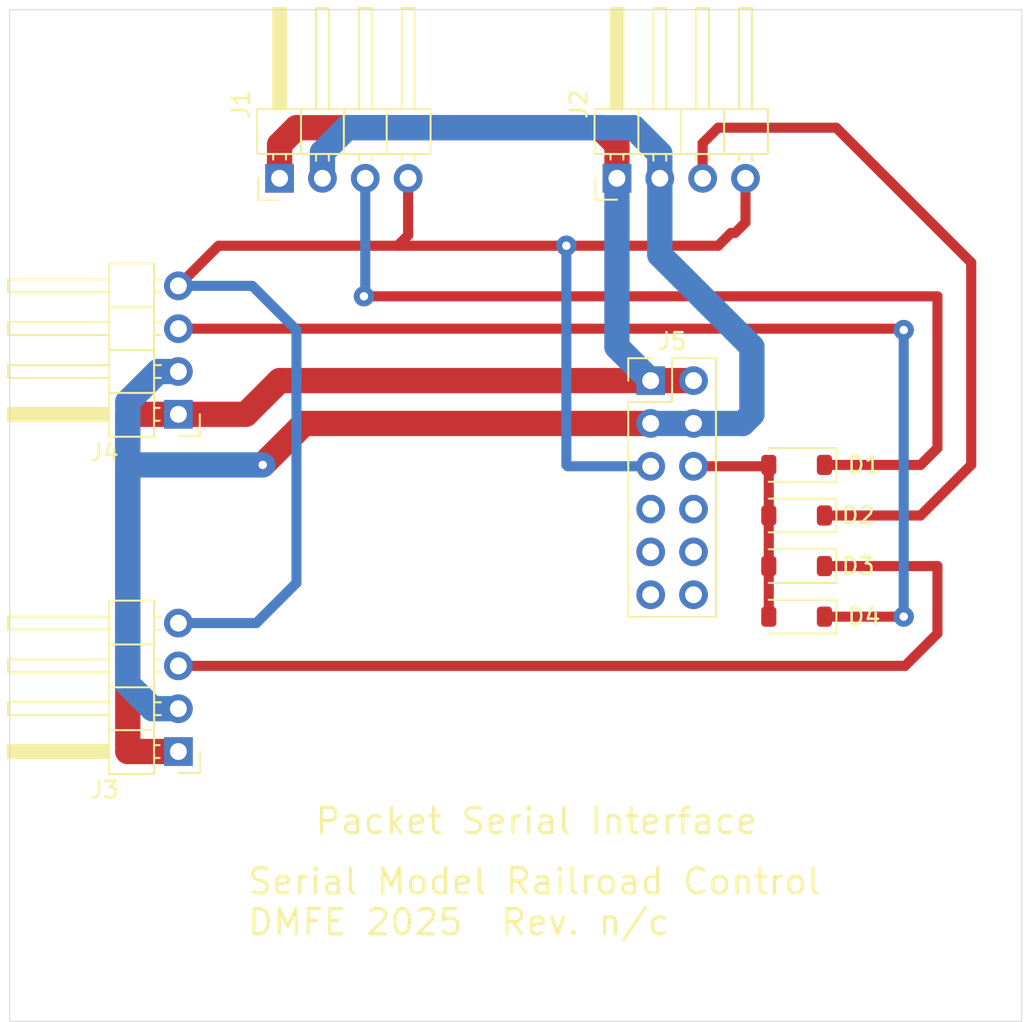
<source format=kicad_pcb>
(kicad_pcb (version 20241229) (generator "pcbnew") (generator_version "9.0")
  (title_block (title "Serial Model Railroad Control") (date "2025-03-24") (rev "n/c") (company "DMFE") (comment 1 "Packet Serial Interface x4"))
  (layers (0 "F.Cu" signal) (2 "B.Cu" signal) (13 "F.Paste" user) (15 "B.Paste" user) (5 "F.SilkS" user "F.Silkscreen") (7 "B.SilkS" user "B.Silkscreen") (1 "F.Mask" user) (3 "B.Mask" user) (25 "Edge.Cuts" user))
  (net 0 "")
  (net 1 "Net-(D1-K)")
  (net 2 "RX")
  (net 3 "Net-(D2-K)")
  (net 4 "Net-(D3-K)")
  (net 5 "Net-(D4-K)")
  (net 6 "+12V")
  (net 7 "TX")
  (net 8 "GND")
  (footprint "Connector_PinHeader_2.54mm:PinHeader_1x04_P2.54mm_Horizontal" (layer "F.Cu") (at 131 55 90)
    (property "Reference" "J2" (at 4.385 -2.27 90) (layer "F.SilkS"))
    (property "Value" "Conn_01x04")
    (fp_line (start 4.1 -1.33) (end 1.44 -1.33) (stroke (width 0.12)) (layer "F.SilkS"))
    (fp_line (start 1.44 -1.33) (end 1.44 8.95) (stroke (width 0.12)) (layer "F.SilkS"))
    (fp_line (start -1.27 -1.27) (end 0 -1.27) (stroke (width 0.12)) (layer "F.SilkS"))
    (fp_line (start 10.1 -0.38) (end 10.1 0.38) (stroke (width 0.12)) (layer "F.SilkS"))
    (fp_line (start 4.1 -0.38) (end 10.1 -0.38) (stroke (width 0.12)) (layer "F.SilkS"))
    (fp_line (start 1.11 -0.38) (end 1.44 -0.38) (stroke (width 0.12)) (layer "F.SilkS"))
    (fp_line (start 4.1 -0.32) (end 10.1 -0.32) (stroke (width 0.12)) (layer "F.SilkS"))
    (fp_line (start 4.1 -0.2) (end 10.1 -0.2) (stroke (width 0.12)) (layer "F.SilkS"))
    (fp_line (start 4.1 -0.08) (end 10.1 -0.08) (stroke (width 0.12)) (layer "F.SilkS"))
    (fp_line (start -1.27 0) (end -1.27 -1.27) (stroke (width 0.12)) (layer "F.SilkS"))
    (fp_line (start 4.1 0.04) (end 10.1 0.04) (stroke (width 0.12)) (layer "F.SilkS"))
    (fp_line (start 4.1 0.16) (end 10.1 0.16) (stroke (width 0.12)) (layer "F.SilkS"))
    (fp_line (start 4.1 0.28) (end 10.1 0.28) (stroke (width 0.12)) (layer "F.SilkS"))
    (fp_line (start 10.1 0.38) (end 4.1 0.38) (stroke (width 0.12)) (layer "F.SilkS"))
    (fp_line (start 1.11 0.38) (end 1.44 0.38) (stroke (width 0.12)) (layer "F.SilkS"))
    (fp_line (start 1.44 1.27) (end 4.1 1.27) (stroke (width 0.12)) (layer "F.SilkS"))
    (fp_line (start 10.1 2.16) (end 10.1 2.92) (stroke (width 0.12)) (layer "F.SilkS"))
    (fp_line (start 4.1 2.16) (end 10.1 2.16) (stroke (width 0.12)) (layer "F.SilkS"))
    (fp_line (start 1.042929 2.16) (end 1.44 2.16) (stroke (width 0.12)) (layer "F.SilkS"))
    (fp_line (start 10.1 2.92) (end 4.1 2.92) (stroke (width 0.12)) (layer "F.SilkS"))
    (fp_line (start 1.042929 2.92) (end 1.44 2.92) (stroke (width 0.12)) (layer "F.SilkS"))
    (fp_line (start 1.44 3.81) (end 4.1 3.81) (stroke (width 0.12)) (layer "F.SilkS"))
    (fp_line (start 10.1 4.7) (end 10.1 5.46) (stroke (width 0.12)) (layer "F.SilkS"))
    (fp_line (start 4.1 4.7) (end 10.1 4.7) (stroke (width 0.12)) (layer "F.SilkS"))
    (fp_line (start 1.042929 4.7) (end 1.44 4.7) (stroke (width 0.12)) (layer "F.SilkS"))
    (fp_line (start 10.1 5.46) (end 4.1 5.46) (stroke (width 0.12)) (layer "F.SilkS"))
    (fp_line (start 1.042929 5.46) (end 1.44 5.46) (stroke (width 0.12)) (layer "F.SilkS"))
    (fp_line (start 1.44 6.35) (end 4.1 6.35) (stroke (width 0.12)) (layer "F.SilkS"))
    (fp_line (start 10.1 7.24) (end 10.1 8) (stroke (width 0.12)) (layer "F.SilkS"))
    (fp_line (start 4.1 7.24) (end 10.1 7.24) (stroke (width 0.12)) (layer "F.SilkS"))
    (fp_line (start 1.042929 7.24) (end 1.44 7.24) (stroke (width 0.12)) (layer "F.SilkS"))
    (fp_line (start 10.1 8) (end 4.1 8) (stroke (width 0.12)) (layer "F.SilkS"))
    (fp_line (start 1.042929 8) (end 1.44 8) (stroke (width 0.12)) (layer "F.SilkS"))
    (fp_line (start 4.1 8.95) (end 4.1 -1.33) (stroke (width 0.12)) (layer "F.SilkS"))
    (fp_line (start 1.44 8.95) (end 4.1 8.95) (stroke (width 0.12)) (layer "F.SilkS"))
    (pad "1" thru_hole rect (at 0 0 90) (size 1.7 1.7) (drill 1) (layers "*.Cu" "*.Mask") (net 6 "+12V"))
    (pad "2" thru_hole oval (at 0 2.54 90) (size 1.7 1.7) (drill 1) (layers "*.Cu" "*.Mask") (net 8 "GND"))
    (pad "3" thru_hole oval (at 0 5.08 90) (size 1.7 1.7) (drill 1) (layers "*.Cu" "*.Mask") (net 3 "Net-(D2-K)"))
    (pad "4" thru_hole oval (at 0 7.62 90) (size 1.7 1.7) (drill 1) (layers "*.Cu" "*.Mask") (net 7 "TX"))
  )
  (footprint "Connector_PinHeader_2.54mm:PinHeader_1x04_P2.54mm_Horizontal" (layer "F.Cu") (at 105 89 180)
    (property "Reference" "J3" (at 4.385 -2.27 0) (layer "F.SilkS"))
    (property "Value" "Conn_01x04")
    (fp_line (start 10.1 8) (end 4.1 8) (stroke (width 0.12)) (layer "F.SilkS"))
    (fp_line (start 10.1 7.24) (end 10.1 8) (stroke (width 0.12)) (layer "F.SilkS"))
    (fp_line (start 10.1 5.46) (end 4.1 5.46) (stroke (width 0.12)) (layer "F.SilkS"))
    (fp_line (start 10.1 4.7) (end 10.1 5.46) (stroke (width 0.12)) (layer "F.SilkS"))
    (fp_line (start 10.1 2.92) (end 4.1 2.92) (stroke (width 0.12)) (layer "F.SilkS"))
    (fp_line (start 10.1 2.16) (end 10.1 2.92) (stroke (width 0.12)) (layer "F.SilkS"))
    (fp_line (start 10.1 0.38) (end 4.1 0.38) (stroke (width 0.12)) (layer "F.SilkS"))
    (fp_line (start 10.1 -0.38) (end 10.1 0.38) (stroke (width 0.12)) (layer "F.SilkS"))
    (fp_line (start 4.1 8.95) (end 4.1 -1.33) (stroke (width 0.12)) (layer "F.SilkS"))
    (fp_line (start 4.1 7.24) (end 10.1 7.24) (stroke (width 0.12)) (layer "F.SilkS"))
    (fp_line (start 4.1 4.7) (end 10.1 4.7) (stroke (width 0.12)) (layer "F.SilkS"))
    (fp_line (start 4.1 2.16) (end 10.1 2.16) (stroke (width 0.12)) (layer "F.SilkS"))
    (fp_line (start 4.1 0.28) (end 10.1 0.28) (stroke (width 0.12)) (layer "F.SilkS"))
    (fp_line (start 4.1 0.16) (end 10.1 0.16) (stroke (width 0.12)) (layer "F.SilkS"))
    (fp_line (start 4.1 0.04) (end 10.1 0.04) (stroke (width 0.12)) (layer "F.SilkS"))
    (fp_line (start 4.1 -0.08) (end 10.1 -0.08) (stroke (width 0.12)) (layer "F.SilkS"))
    (fp_line (start 4.1 -0.2) (end 10.1 -0.2) (stroke (width 0.12)) (layer "F.SilkS"))
    (fp_line (start 4.1 -0.32) (end 10.1 -0.32) (stroke (width 0.12)) (layer "F.SilkS"))
    (fp_line (start 4.1 -0.38) (end 10.1 -0.38) (stroke (width 0.12)) (layer "F.SilkS"))
    (fp_line (start 4.1 -1.33) (end 1.44 -1.33) (stroke (width 0.12)) (layer "F.SilkS"))
    (fp_line (start 1.44 8.95) (end 4.1 8.95) (stroke (width 0.12)) (layer "F.SilkS"))
    (fp_line (start 1.44 6.35) (end 4.1 6.35) (stroke (width 0.12)) (layer "F.SilkS"))
    (fp_line (start 1.44 3.81) (end 4.1 3.81) (stroke (width 0.12)) (layer "F.SilkS"))
    (fp_line (start 1.44 1.27) (end 4.1 1.27) (stroke (width 0.12)) (layer "F.SilkS"))
    (fp_line (start 1.44 -1.33) (end 1.44 8.95) (stroke (width 0.12)) (layer "F.SilkS"))
    (fp_line (start 1.11 0.38) (end 1.44 0.38) (stroke (width 0.12)) (layer "F.SilkS"))
    (fp_line (start 1.11 -0.38) (end 1.44 -0.38) (stroke (width 0.12)) (layer "F.SilkS"))
    (fp_line (start 1.042929 8) (end 1.44 8) (stroke (width 0.12)) (layer "F.SilkS"))
    (fp_line (start 1.042929 7.24) (end 1.44 7.24) (stroke (width 0.12)) (layer "F.SilkS"))
    (fp_line (start 1.042929 5.46) (end 1.44 5.46) (stroke (width 0.12)) (layer "F.SilkS"))
    (fp_line (start 1.042929 4.7) (end 1.44 4.7) (stroke (width 0.12)) (layer "F.SilkS"))
    (fp_line (start 1.042929 2.92) (end 1.44 2.92) (stroke (width 0.12)) (layer "F.SilkS"))
    (fp_line (start 1.042929 2.16) (end 1.44 2.16) (stroke (width 0.12)) (layer "F.SilkS"))
    (fp_line (start -1.27 0) (end -1.27 -1.27) (stroke (width 0.12)) (layer "F.SilkS"))
    (fp_line (start -1.27 -1.27) (end 0 -1.27) (stroke (width 0.12)) (layer "F.SilkS"))
    (pad "1" thru_hole rect (at 0 0 180) (size 1.7 1.7) (drill 1) (layers "*.Cu" "*.Mask") (net 6 "+12V"))
    (pad "2" thru_hole oval (at 0 2.54 180) (size 1.7 1.7) (drill 1) (layers "*.Cu" "*.Mask") (net 8 "GND"))
    (pad "3" thru_hole oval (at 0 5.08 180) (size 1.7 1.7) (drill 1) (layers "*.Cu" "*.Mask") (net 4 "Net-(D3-K)"))
    (pad "4" thru_hole oval (at 0 7.62 180) (size 1.7 1.7) (drill 1) (layers "*.Cu" "*.Mask") (net 7 "TX"))
  )
  (footprint "Diode_SMD:D_SOD-123" (layer "F.Cu") (at 141.65 81 180)
    (property "Reference" "D4" (at -4 0 0) (layer "F.SilkS"))
    (property "Value" "1N4148W")
    (fp_line (start -2.36 1) (end 1.65 1) (stroke (width 0.12)) (layer "F.SilkS"))
    (fp_line (start -2.36 -1) (end 1.65 -1) (stroke (width 0.12)) (layer "F.SilkS"))
    (fp_line (start -2.36 -1) (end -2.36 1) (stroke (width 0.12)) (layer "F.SilkS"))
    (pad "1" smd roundrect (at -1.65 0 180) (size 0.9 1.2) (layers "F.Cu" "F.Mask" "F.Paste") (net 5 "Net-(D4-K)"))
    (pad "2" smd roundrect (at 1.65 0 180) (size 0.9 1.2) (layers "F.Cu" "F.Mask" "F.Paste") (net 2 "RX"))
  )
  (footprint "Connector_PinHeader_2.54mm:PinHeader_1x04_P2.54mm_Horizontal" (layer "F.Cu") (at 105 69 180)
    (property "Reference" "J4" (at 4.385 -2.27 0) (layer "F.SilkS"))
    (property "Value" "Conn_01x04")
    (fp_line (start 10.1 8) (end 4.1 8) (stroke (width 0.12)) (layer "F.SilkS"))
    (fp_line (start 10.1 7.24) (end 10.1 8) (stroke (width 0.12)) (layer "F.SilkS"))
    (fp_line (start 10.1 5.46) (end 4.1 5.46) (stroke (width 0.12)) (layer "F.SilkS"))
    (fp_line (start 10.1 4.7) (end 10.1 5.46) (stroke (width 0.12)) (layer "F.SilkS"))
    (fp_line (start 10.1 2.92) (end 4.1 2.92) (stroke (width 0.12)) (layer "F.SilkS"))
    (fp_line (start 10.1 2.16) (end 10.1 2.92) (stroke (width 0.12)) (layer "F.SilkS"))
    (fp_line (start 10.1 0.38) (end 4.1 0.38) (stroke (width 0.12)) (layer "F.SilkS"))
    (fp_line (start 10.1 -0.38) (end 10.1 0.38) (stroke (width 0.12)) (layer "F.SilkS"))
    (fp_line (start 4.1 8.95) (end 4.1 -1.33) (stroke (width 0.12)) (layer "F.SilkS"))
    (fp_line (start 4.1 7.24) (end 10.1 7.24) (stroke (width 0.12)) (layer "F.SilkS"))
    (fp_line (start 4.1 4.7) (end 10.1 4.7) (stroke (width 0.12)) (layer "F.SilkS"))
    (fp_line (start 4.1 2.16) (end 10.1 2.16) (stroke (width 0.12)) (layer "F.SilkS"))
    (fp_line (start 4.1 0.28) (end 10.1 0.28) (stroke (width 0.12)) (layer "F.SilkS"))
    (fp_line (start 4.1 0.16) (end 10.1 0.16) (stroke (width 0.12)) (layer "F.SilkS"))
    (fp_line (start 4.1 0.04) (end 10.1 0.04) (stroke (width 0.12)) (layer "F.SilkS"))
    (fp_line (start 4.1 -0.08) (end 10.1 -0.08) (stroke (width 0.12)) (layer "F.SilkS"))
    (fp_line (start 4.1 -0.2) (end 10.1 -0.2) (stroke (width 0.12)) (layer "F.SilkS"))
    (fp_line (start 4.1 -0.32) (end 10.1 -0.32) (stroke (width 0.12)) (layer "F.SilkS"))
    (fp_line (start 4.1 -0.38) (end 10.1 -0.38) (stroke (width 0.12)) (layer "F.SilkS"))
    (fp_line (start 4.1 -1.33) (end 1.44 -1.33) (stroke (width 0.12)) (layer "F.SilkS"))
    (fp_line (start 1.44 8.95) (end 4.1 8.95) (stroke (width 0.12)) (layer "F.SilkS"))
    (fp_line (start 1.44 6.35) (end 4.1 6.35) (stroke (width 0.12)) (layer "F.SilkS"))
    (fp_line (start 1.44 3.81) (end 4.1 3.81) (stroke (width 0.12)) (layer "F.SilkS"))
    (fp_line (start 1.44 1.27) (end 4.1 1.27) (stroke (width 0.12)) (layer "F.SilkS"))
    (fp_line (start 1.44 -1.33) (end 1.44 8.95) (stroke (width 0.12)) (layer "F.SilkS"))
    (fp_line (start 1.11 0.38) (end 1.44 0.38) (stroke (width 0.12)) (layer "F.SilkS"))
    (fp_line (start 1.11 -0.38) (end 1.44 -0.38) (stroke (width 0.12)) (layer "F.SilkS"))
    (fp_line (start 1.042929 8) (end 1.44 8) (stroke (width 0.12)) (layer "F.SilkS"))
    (fp_line (start 1.042929 7.24) (end 1.44 7.24) (stroke (width 0.12)) (layer "F.SilkS"))
    (fp_line (start 1.042929 5.46) (end 1.44 5.46) (stroke (width 0.12)) (layer "F.SilkS"))
    (fp_line (start 1.042929 4.7) (end 1.44 4.7) (stroke (width 0.12)) (layer "F.SilkS"))
    (fp_line (start 1.042929 2.92) (end 1.44 2.92) (stroke (width 0.12)) (layer "F.SilkS"))
    (fp_line (start 1.042929 2.16) (end 1.44 2.16) (stroke (width 0.12)) (layer "F.SilkS"))
    (fp_line (start -1.27 0) (end -1.27 -1.27) (stroke (width 0.12)) (layer "F.SilkS"))
    (fp_line (start -1.27 -1.27) (end 0 -1.27) (stroke (width 0.12)) (layer "F.SilkS"))
    (pad "1" thru_hole rect (at 0 0 180) (size 1.7 1.7) (drill 1) (layers "*.Cu" "*.Mask") (net 6 "+12V"))
    (pad "2" thru_hole oval (at 0 2.54 180) (size 1.7 1.7) (drill 1) (layers "*.Cu" "*.Mask") (net 8 "GND"))
    (pad "3" thru_hole oval (at 0 5.08 180) (size 1.7 1.7) (drill 1) (layers "*.Cu" "*.Mask") (net 5 "Net-(D4-K)"))
    (pad "4" thru_hole oval (at 0 7.62 180) (size 1.7 1.7) (drill 1) (layers "*.Cu" "*.Mask") (net 7 "TX"))
  )
  (footprint "Diode_SMD:D_SOD-123" (layer "F.Cu") (at 141.65 75 180)
    (property "Reference" "D2" (at -3.65 0 0) (layer "F.SilkS"))
    (property "Value" "1N4148W")
    (fp_line (start -2.36 1) (end 1.65 1) (stroke (width 0.12)) (layer "F.SilkS"))
    (fp_line (start -2.36 -1) (end 1.65 -1) (stroke (width 0.12)) (layer "F.SilkS"))
    (fp_line (start -2.36 -1) (end -2.36 1) (stroke (width 0.12)) (layer "F.SilkS"))
    (pad "1" smd roundrect (at -1.65 0 180) (size 0.9 1.2) (layers "F.Cu" "F.Mask" "F.Paste") (net 3 "Net-(D2-K)"))
    (pad "2" smd roundrect (at 1.65 0 180) (size 0.9 1.2) (layers "F.Cu" "F.Mask" "F.Paste") (net 2 "RX"))
  )
  (footprint "Diode_SMD:D_SOD-123" (layer "F.Cu") (at 141.65 72 180)
    (property "Reference" "D1" (at -4 0 0) (layer "F.SilkS"))
    (property "Value" "1N4148W")
    (fp_line (start -2.36 1) (end 1.65 1) (stroke (width 0.12)) (layer "F.SilkS"))
    (fp_line (start -2.36 -1) (end 1.65 -1) (stroke (width 0.12)) (layer "F.SilkS"))
    (fp_line (start -2.36 -1) (end -2.36 1) (stroke (width 0.12)) (layer "F.SilkS"))
    (pad "1" smd roundrect (at -1.65 0 180) (size 0.9 1.2) (layers "F.Cu" "F.Mask" "F.Paste") (net 1 "Net-(D1-K)"))
    (pad "2" smd roundrect (at 1.65 0 180) (size 0.9 1.2) (layers "F.Cu" "F.Mask" "F.Paste") (net 2 "RX"))
  )
  (footprint "MountingHole:MountingHole_3.2mm_M3" (layer "F.Cu") (at 150 100)
    (property "Reference" "H2" (hide yes))
    (property "Value" "MountingHole")
    (pad "" np_thru_hole circle (at 0 0) (size 3.2 3.2) (drill 3.2) (layers "*.Cu" "*.Mask"))
  )
  (footprint "MountingHole:MountingHole_3.2mm_M3" (layer "F.Cu") (at 100 50)
    (property "Reference" "H4" (hide yes))
    (property "Value" "MountingHole")
    (pad "" np_thru_hole circle (at 0 0) (size 3.2 3.2) (drill 3.2) (layers "*.Cu" "*.Mask"))
  )
  (footprint "Connector_PinHeader_2.54mm:PinHeader_2x06_P2.54mm_Vertical" (layer "F.Cu") (at 133 67)
    (property "Reference" "J5" (at 1.27 -2.33 0) (layer "F.SilkS"))
    (property "Value" "Conn_02x06_Odd_Even")
    (fp_line (start -1.33 -1.33) (end 0 -1.33) (stroke (width 0.12)) (layer "F.SilkS"))
    (fp_line (start -1.33 0) (end -1.33 -1.33) (stroke (width 0.12)) (layer "F.SilkS"))
    (fp_line (start -1.33 1.27) (end -1.33 14.03) (stroke (width 0.12)) (layer "F.SilkS"))
    (fp_line (start -1.33 1.27) (end 1.27 1.27) (stroke (width 0.12)) (layer "F.SilkS"))
    (fp_line (start -1.33 14.03) (end 3.87 14.03) (stroke (width 0.12)) (layer "F.SilkS"))
    (fp_line (start 1.27 -1.33) (end 3.87 -1.33) (stroke (width 0.12)) (layer "F.SilkS"))
    (fp_line (start 1.27 1.27) (end 1.27 -1.33) (stroke (width 0.12)) (layer "F.SilkS"))
    (fp_line (start 3.87 -1.33) (end 3.87 14.03) (stroke (width 0.12)) (layer "F.SilkS"))
    (pad "1" thru_hole rect (at 0 0) (size 1.7 1.7) (drill 1) (layers "*.Cu" "*.Mask") (net 6 "+12V"))
    (pad "2" thru_hole oval (at 2.54 0) (size 1.7 1.7) (drill 1) (layers "*.Cu" "*.Mask") (net 6 "+12V"))
    (pad "3" thru_hole oval (at 0 2.54) (size 1.7 1.7) (drill 1) (layers "*.Cu" "*.Mask") (net 8 "GND"))
    (pad "4" thru_hole oval (at 2.54 2.54) (size 1.7 1.7) (drill 1) (layers "*.Cu" "*.Mask") (net 8 "GND"))
    (pad "5" thru_hole oval (at 0 5.08) (size 1.7 1.7) (drill 1) (layers "*.Cu" "*.Mask") (net 7 "TX"))
    (pad "6" thru_hole oval (at 2.54 5.08) (size 1.7 1.7) (drill 1) (layers "*.Cu" "*.Mask") (net 2 "RX"))
    (pad "7" thru_hole oval (at 0 7.62) (size 1.7 1.7) (drill 1) (layers "*.Cu" "*.Mask"))
    (pad "8" thru_hole oval (at 2.54 7.62) (size 1.7 1.7) (drill 1) (layers "*.Cu" "*.Mask"))
    (pad "9" thru_hole oval (at 0 10.16) (size 1.7 1.7) (drill 1) (layers "*.Cu" "*.Mask"))
    (pad "10" thru_hole oval (at 2.54 10.16) (size 1.7 1.7) (drill 1) (layers "*.Cu" "*.Mask"))
    (pad "11" thru_hole oval (at 0 12.7) (size 1.7 1.7) (drill 1) (layers "*.Cu" "*.Mask"))
    (pad "12" thru_hole oval (at 2.54 12.7) (size 1.7 1.7) (drill 1) (layers "*.Cu" "*.Mask"))
  )
  (footprint "MountingHole:MountingHole_3.2mm_M3" (layer "F.Cu") (at 100 100)
    (property "Reference" "H1" (hide yes))
    (property "Value" "MountingHole")
    (pad "" np_thru_hole circle (at 0 0) (size 3.2 3.2) (drill 3.2) (layers "*.Cu" "*.Mask"))
  )
  (footprint "MountingHole:MountingHole_3.2mm_M3" (layer "F.Cu") (at 150 50)
    (property "Reference" "H3" (hide yes))
    (property "Value" "MountingHole")
    (pad "" np_thru_hole circle (at 0 0) (size 3.2 3.2) (drill 3.2) (layers "*.Cu" "*.Mask"))
  )
  (footprint "Connector_PinHeader_2.54mm:PinHeader_1x04_P2.54mm_Horizontal" (layer "F.Cu") (at 111 55 90)
    (property "Reference" "J1" (at 4.385 -2.27 90) (layer "F.SilkS"))
    (property "Value" "Conn_01x04")
    (fp_line (start 4.1 -1.33) (end 1.44 -1.33) (stroke (width 0.12)) (layer "F.SilkS"))
    (fp_line (start 1.44 -1.33) (end 1.44 8.95) (stroke (width 0.12)) (layer "F.SilkS"))
    (fp_line (start -1.27 -1.27) (end 0 -1.27) (stroke (width 0.12)) (layer "F.SilkS"))
    (fp_line (start 10.1 -0.38) (end 10.1 0.38) (stroke (width 0.12)) (layer "F.SilkS"))
    (fp_line (start 4.1 -0.38) (end 10.1 -0.38) (stroke (width 0.12)) (layer "F.SilkS"))
    (fp_line (start 1.11 -0.38) (end 1.44 -0.38) (stroke (width 0.12)) (layer "F.SilkS"))
    (fp_line (start 4.1 -0.32) (end 10.1 -0.32) (stroke (width 0.12)) (layer "F.SilkS"))
    (fp_line (start 4.1 -0.2) (end 10.1 -0.2) (stroke (width 0.12)) (layer "F.SilkS"))
    (fp_line (start 4.1 -0.08) (end 10.1 -0.08) (stroke (width 0.12)) (layer "F.SilkS"))
    (fp_line (start -1.27 0) (end -1.27 -1.27) (stroke (width 0.12)) (layer "F.SilkS"))
    (fp_line (start 4.1 0.04) (end 10.1 0.04) (stroke (width 0.12)) (layer "F.SilkS"))
    (fp_line (start 4.1 0.16) (end 10.1 0.16) (stroke (width 0.12)) (layer "F.SilkS"))
    (fp_line (start 4.1 0.28) (end 10.1 0.28) (stroke (width 0.12)) (layer "F.SilkS"))
    (fp_line (start 10.1 0.38) (end 4.1 0.38) (stroke (width 0.12)) (layer "F.SilkS"))
    (fp_line (start 1.11 0.38) (end 1.44 0.38) (stroke (width 0.12)) (layer "F.SilkS"))
    (fp_line (start 1.44 1.27) (end 4.1 1.27) (stroke (width 0.12)) (layer "F.SilkS"))
    (fp_line (start 10.1 2.16) (end 10.1 2.92) (stroke (width 0.12)) (layer "F.SilkS"))
    (fp_line (start 4.1 2.16) (end 10.1 2.16) (stroke (width 0.12)) (layer "F.SilkS"))
    (fp_line (start 1.042929 2.16) (end 1.44 2.16) (stroke (width 0.12)) (layer "F.SilkS"))
    (fp_line (start 10.1 2.92) (end 4.1 2.92) (stroke (width 0.12)) (layer "F.SilkS"))
    (fp_line (start 1.042929 2.92) (end 1.44 2.92) (stroke (width 0.12)) (layer "F.SilkS"))
    (fp_line (start 1.44 3.81) (end 4.1 3.81) (stroke (width 0.12)) (layer "F.SilkS"))
    (fp_line (start 10.1 4.7) (end 10.1 5.46) (stroke (width 0.12)) (layer "F.SilkS"))
    (fp_line (start 4.1 4.7) (end 10.1 4.7) (stroke (width 0.12)) (layer "F.SilkS"))
    (fp_line (start 1.042929 4.7) (end 1.44 4.7) (stroke (width 0.12)) (layer "F.SilkS"))
    (fp_line (start 10.1 5.46) (end 4.1 5.46) (stroke (width 0.12)) (layer "F.SilkS"))
    (fp_line (start 1.042929 5.46) (end 1.44 5.46) (stroke (width 0.12)) (layer "F.SilkS"))
    (fp_line (start 1.44 6.35) (end 4.1 6.35) (stroke (width 0.12)) (layer "F.SilkS"))
    (fp_line (start 10.1 7.24) (end 10.1 8) (stroke (width 0.12)) (layer "F.SilkS"))
    (fp_line (start 4.1 7.24) (end 10.1 7.24) (stroke (width 0.12)) (layer "F.SilkS"))
    (fp_line (start 1.042929 7.24) (end 1.44 7.24) (stroke (width 0.12)) (layer "F.SilkS"))
    (fp_line (start 10.1 8) (end 4.1 8) (stroke (width 0.12)) (layer "F.SilkS"))
    (fp_line (start 1.042929 8) (end 1.44 8) (stroke (width 0.12)) (layer "F.SilkS"))
    (fp_line (start 4.1 8.95) (end 4.1 -1.33) (stroke (width 0.12)) (layer "F.SilkS"))
    (fp_line (start 1.44 8.95) (end 4.1 8.95) (stroke (width 0.12)) (layer "F.SilkS"))
    (pad "1" thru_hole rect (at 0 0 90) (size 1.7 1.7) (drill 1) (layers "*.Cu" "*.Mask") (net 6 "+12V"))
    (pad "2" thru_hole oval (at 0 2.54 90) (size 1.7 1.7) (drill 1) (layers "*.Cu" "*.Mask") (net 8 "GND"))
    (pad "3" thru_hole oval (at 0 5.08 90) (size 1.7 1.7) (drill 1) (layers "*.Cu" "*.Mask") (net 1 "Net-(D1-K)"))
    (pad "4" thru_hole oval (at 0 7.62 90) (size 1.7 1.7) (drill 1) (layers "*.Cu" "*.Mask") (net 7 "TX"))
  )
  (footprint "Diode_SMD:D_SOD-123" (layer "F.Cu") (at 141.65 78 180)
    (property "Reference" "D3" (at -3.65 0 0) (layer "F.SilkS"))
    (property "Value" "1N4148W")
    (fp_line (start -2.36 1) (end 1.65 1) (stroke (width 0.12)) (layer "F.SilkS"))
    (fp_line (start -2.36 -1) (end 1.65 -1) (stroke (width 0.12)) (layer "F.SilkS"))
    (fp_line (start -2.36 -1) (end -2.36 1) (stroke (width 0.12)) (layer "F.SilkS"))
    (pad "1" smd roundrect (at -1.65 0 180) (size 0.9 1.2) (layers "F.Cu" "F.Mask" "F.Paste") (net 4 "Net-(D3-K)"))
    (pad "2" smd roundrect (at 1.65 0 180) (size 0.9 1.2) (layers "F.Cu" "F.Mask" "F.Paste") (net 2 "RX"))
  )
  (gr_rect (start 95 45) (end 155 105) (stroke (width 0.05)) (fill no) (layer "Edge.Cuts"))
  (gr_text "Packet Serial Interface" (at 113 94 0) (layer "F.SilkS") (effects (font (size 1.5 1.5) (thickness 0.1875)) (justify left bottom)))
  (gr_text "Serial Model Railroad Control\nDMFE 2025  Rev. n/c" (at 109 100 0) (layer "F.SilkS") (effects (font (size 1.5 1.5) (thickness 0.1875)) (justify left bottom)))
  (segment (start 116 62) (end 150 62) (width 0.6) (layer "F.Cu") (net 1))
  (segment (start 150 62) (end 150 71) (width 0.6) (layer "F.Cu") (net 1))
  (segment (start 149 72) (end 143.3 72) (width 0.6) (layer "F.Cu") (net 1))
  (segment (start 150 71) (end 149 72) (width 0.6) (layer "F.Cu") (net 1))
  (via (at 116 62) (size 1.2) (drill 0.5) (layers "F.Cu" "B.Cu") (net 1))
  (segment (start 116.08 55) (end 116.08 61.92) (width 0.6) (layer "B.Cu") (net 1))
  (segment (start 116.08 61.92) (end 116 62) (width 0.6) (layer "B.Cu") (net 1))
  (segment (start 140 75) (end 140 78) (width 0.6) (layer "F.Cu") (net 2))
  (segment (start 140 78) (end 140 81) (width 0.6) (layer "F.Cu") (net 2))
  (segment (start 135.54 72.08) (end 139.92 72.08) (width 0.6) (layer "F.Cu") (net 2))
  (segment (start 139.92 72.08) (end 140 72) (width 0.6) (layer "F.Cu") (net 2))
  (segment (start 140 72) (end 140 75) (width 0.6) (layer "F.Cu") (net 2))
  (segment (start 136.08 55) (end 136.08 52.92) (width 0.6) (layer "F.Cu") (net 3))
  (segment (start 152 72) (end 149 75) (width 0.6) (layer "F.Cu") (net 3))
  (segment (start 136.08 52.92) (end 137 52) (width 0.6) (layer "F.Cu") (net 3))
  (segment (start 144 52) (end 152 60) (width 0.6) (layer "F.Cu") (net 3))
  (segment (start 152 60) (end 152 72) (width 0.6) (layer "F.Cu") (net 3))
  (segment (start 137 52) (end 144 52) (width 0.6) (layer "F.Cu") (net 3))
  (segment (start 149 75) (end 143.3 75) (width 0.6) (layer "F.Cu") (net 3))
  (segment (start 150 82) (end 148.08 83.92) (width 0.6) (layer "F.Cu") (net 4))
  (segment (start 150 78) (end 150 82) (width 0.6) (layer "F.Cu") (net 4))
  (segment (start 148.08 83.92) (end 105 83.92) (width 0.6) (layer "F.Cu") (net 4))
  (segment (start 143.3 78) (end 150 78) (width 0.6) (layer "F.Cu") (net 4))
  (segment (start 147.92 63.92) (end 148 64) (width 0.6) (layer "F.Cu") (net 5))
  (segment (start 105 63.92) (end 147.92 63.92) (width 0.6) (layer "F.Cu") (net 5))
  (segment (start 148 81) (end 143.3 81) (width 0.6) (layer "F.Cu") (net 5))
  (via (at 148 64) (size 1.2) (drill 0.5) (layers "F.Cu" "B.Cu") (net 5))
  (via (at 148 81) (size 1.2) (drill 0.5) (layers "F.Cu" "B.Cu") (net 5))
  (segment (start 148 64) (end 148 81) (width 0.6) (layer "B.Cu") (net 5))
  (segment (start 105 89) (end 102 89) (width 1.5) (layer "F.Cu") (net 6))
  (segment (start 135.54 67) (end 133 67) (width 1.5) (layer "F.Cu") (net 6))
  (segment (start 102 69) (end 105 69) (width 1.5) (layer "F.Cu") (net 6))
  (segment (start 102 89) (end 102 69) (width 1.5) (layer "F.Cu") (net 6))
  (segment (start 131 53) (end 131 55) (width 1.5) (layer "F.Cu") (net 6))
  (segment (start 112 52) (end 130 52) (width 1.5) (layer "F.Cu") (net 6))
  (segment (start 133 67) (end 111 67) (width 1.5) (layer "F.Cu") (net 6))
  (segment (start 111 67) (end 109 69) (width 1.5) (layer "F.Cu") (net 6))
  (segment (start 111 55) (end 111 53) (width 1.5) (layer "F.Cu") (net 6))
  (segment (start 109 69) (end 105 69) (width 1.5) (layer "F.Cu") (net 6))
  (segment (start 130 52) (end 131 53) (width 1.5) (layer "F.Cu") (net 6))
  (segment (start 111 53) (end 112 52) (width 1.5) (layer "F.Cu") (net 6))
  (segment (start 131 55) (end 131 65) (width 1.5) (layer "B.Cu") (net 6))
  (segment (start 131 65) (end 133 67) (width 1.5) (layer "B.Cu") (net 6))
  (segment (start 138.62 57.62) (end 138.62 55) (width 0.6) (layer "F.Cu") (net 7))
  (segment (start 105 61.38) (end 107.38 59) (width 0.6) (layer "F.Cu") (net 7))
  (segment (start 138.62 57.62) (end 138 58.24) (width 0.6) (layer "F.Cu") (net 7))
  (segment (start 137.76 58.24) (end 137 59) (width 0.6) (layer "F.Cu") (net 7))
  (segment (start 138 58.24) (end 137.76 58.24) (width 0.6) (layer "F.Cu") (net 7))
  (segment (start 118.62 55) (end 118.62 58.38) (width 0.6) (layer "F.Cu") (net 7))
  (segment (start 118 59) (end 128 59) (width 0.6) (layer "F.Cu") (net 7))
  (segment (start 128 59) (end 137 59) (width 0.6) (layer "F.Cu") (net 7))
  (segment (start 107.38 59) (end 118 59) (width 0.6) (layer "F.Cu") (net 7))
  (segment (start 118.62 58.38) (end 118 59) (width 0.6) (layer "F.Cu") (net 7))
  (via (at 128 59) (size 1.2) (drill 0.5) (layers "F.Cu" "B.Cu") (net 7))
  (segment (start 112 79) (end 112 64) (width 0.6) (layer "B.Cu") (net 7))
  (segment (start 105 81.38) (end 109.62 81.38) (width 0.6) (layer "B.Cu") (net 7))
  (segment (start 128 72) (end 128 59) (width 0.6) (layer "B.Cu") (net 7))
  (segment (start 109.62 81.38) (end 112 79) (width 0.6) (layer "B.Cu") (net 7))
  (segment (start 112 64) (end 109.38 61.38) (width 0.6) (layer "B.Cu") (net 7))
  (segment (start 133 72.08) (end 128.08 72.08) (width 0.6) (layer "B.Cu") (net 7))
  (segment (start 109.38 61.38) (end 105 61.38) (width 0.6) (layer "B.Cu") (net 7))
  (segment (start 128.08 72.08) (end 128 72) (width 0.6) (layer "B.Cu") (net 7))
  (segment (start 133 69.54) (end 112.46 69.54) (width 1.5) (layer "F.Cu") (net 8))
  (segment (start 112.46 69.54) (end 110 72) (width 1.5) (layer "F.Cu") (net 8))
  (via (at 110 72) (size 1.2) (drill 0.5) (layers "F.Cu" "B.Cu") (net 8))
  (segment (start 133.54 53.54) (end 133.54 55) (width 1.5) (layer "B.Cu") (net 8))
  (segment (start 102 72) (end 102 85) (width 1.5) (layer "B.Cu") (net 8))
  (segment (start 103.797919 66.46) (end 102 68.257919) (width 1.5) (layer "B.Cu") (net 8))
  (segment (start 103.46 86.46) (end 105 86.46) (width 1.5) (layer "B.Cu") (net 8))
  (segment (start 102 72) (end 110 72) (width 1.5) (layer "B.Cu") (net 8))
  (segment (start 132 52) (end 133.54 53.54) (width 1.5) (layer "B.Cu") (net 8))
  (segment (start 113.54 53.46) (end 115 52) (width 1.5) (layer "B.Cu") (net 8))
  (segment (start 102 85) (end 103.46 86.46) (width 1.5) (layer "B.Cu") (net 8))
  (segment (start 135.54 69.54) (end 133 69.54) (width 1.5) (layer "B.Cu") (net 8))
  (segment (start 102 68.257919) (end 102 72) (width 1.5) (layer "B.Cu") (net 8))
  (segment (start 133.54 59.54) (end 139 65) (width 1.5) (layer "B.Cu") (net 8))
  (segment (start 139 65) (end 139 69) (width 1.5) (layer "B.Cu") (net 8))
  (segment (start 105 66.46) (end 103.797919 66.46) (width 1.5) (layer "B.Cu") (net 8))
  (segment (start 138.46 69.54) (end 135.54 69.54) (width 1.5) (layer "B.Cu") (net 8))
  (segment (start 139 69) (end 138.46 69.54) (width 1.5) (layer "B.Cu") (net 8))
  (segment (start 133.54 55) (end 133.54 59.54) (width 1.5) (layer "B.Cu") (net 8))
  (segment (start 113.54 55) (end 113.54 53.46) (width 1.5) (layer "B.Cu") (net 8))
  (segment (start 115 52) (end 132 52) (width 1.5) (layer "B.Cu") (net 8))
)
</source>
